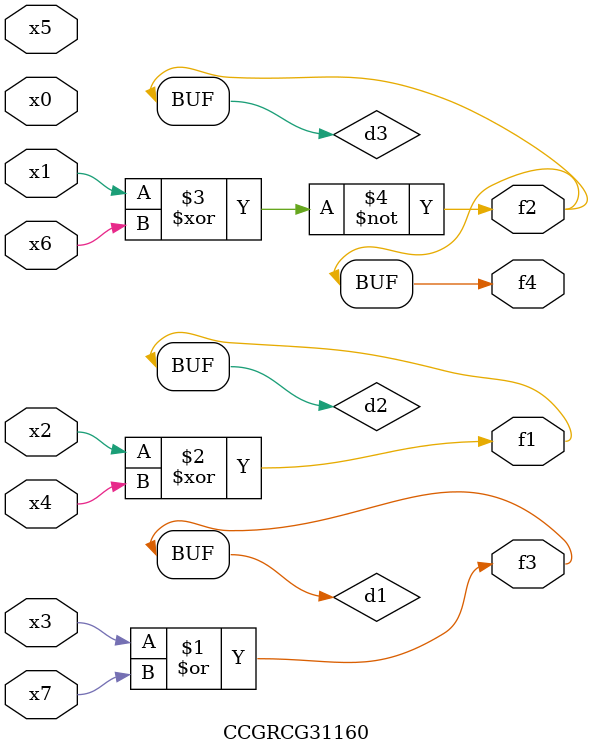
<source format=v>
module CCGRCG31160(
	input x0, x1, x2, x3, x4, x5, x6, x7,
	output f1, f2, f3, f4
);

	wire d1, d2, d3;

	or (d1, x3, x7);
	xor (d2, x2, x4);
	xnor (d3, x1, x6);
	assign f1 = d2;
	assign f2 = d3;
	assign f3 = d1;
	assign f4 = d3;
endmodule

</source>
